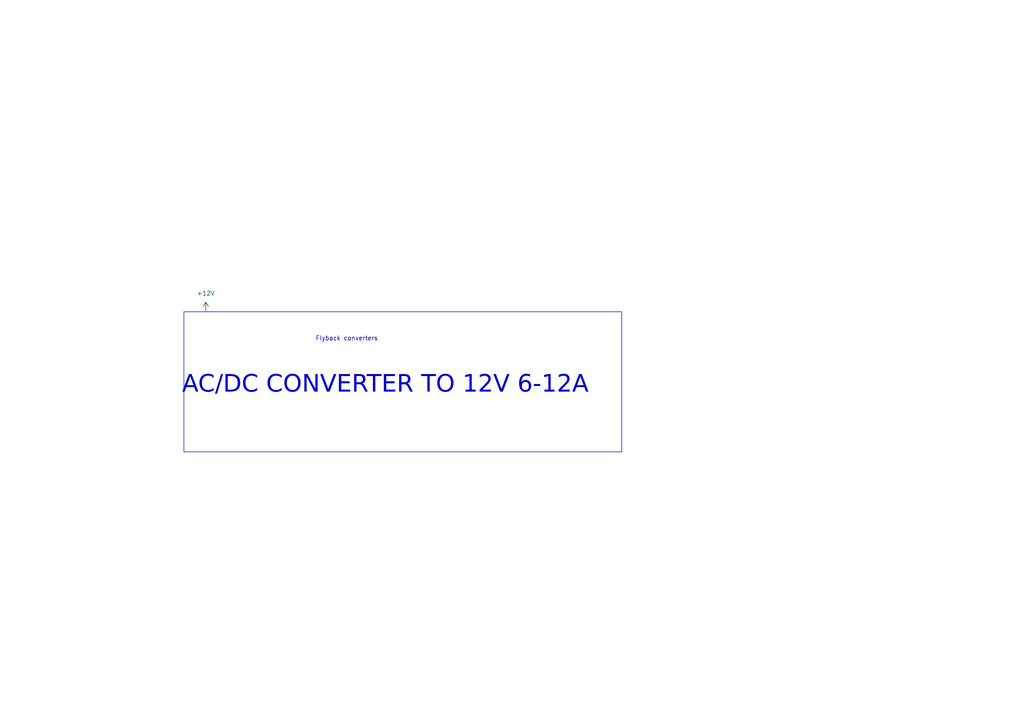
<source format=kicad_sch>
(kicad_sch (version 20250114) (generator "eeschema") (generator_version "9.0")
  (paper "A4")
  (lib_symbols
    (symbol "power:+12V" (power) (pin_numbers (hide yes)) (pin_names (offset 0) (hide yes))
      (property "Value" "+12V" (at 0 3.556 0))
      (symbol "+12V_0_1"
        (polyline (pts (xy -0.762 1.27) (xy 0 2.54)))
        (polyline (pts (xy 0 2.54) (xy 0.762 1.27)))
        (polyline (pts (xy 0 0) (xy 0 2.54)))
      )
      (symbol "+12V_1_1"
        (pin power_in line (at 0 0 90) (length 0) (name "~") (number "1"))
      )
    )
  )
  (rectangle (start 53.34 90.424) (end 180.34 131.064))
  (text "Flyback converters" (at 100.584 98.298 0) (effects (font (size 1.27 1.27))))
  (text "AC/DC CONVERTER TO 12V 6-12A" (at 111.76 113.03 0) (effects (font (size 5 5))))
  (symbol (lib_id "power:+12V") (at 59.69 90.17 0) (unit 1)
    (property "Reference" "#PWR058" (effects (hide yes)))
    (property "Value" "+12V" (at 59.69 85.09 0))
    (property "Description" "Power symbol creates a global label with name \"+12V\"" (effects (hide yes)))
  )
)
</source>
